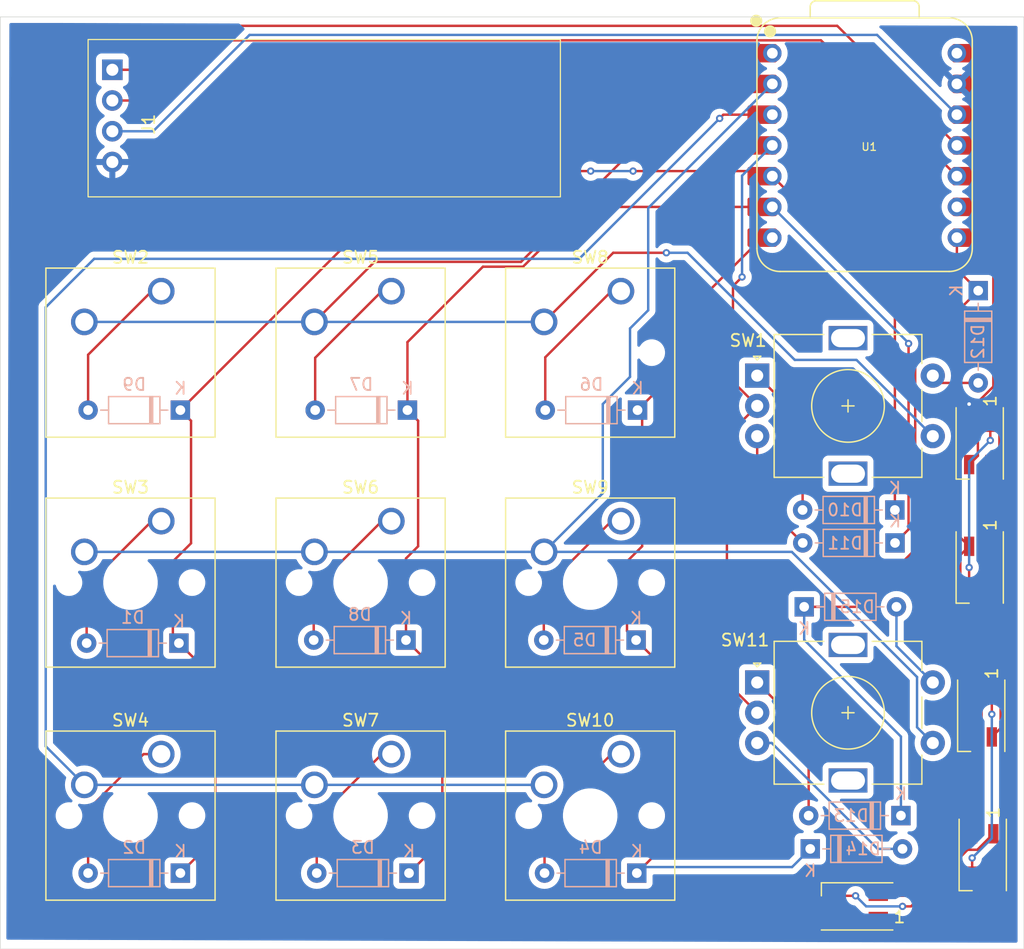
<source format=kicad_pcb>
(kicad_pcb (version 20240108) (generator "pcbnew") (generator_version "8.0")
  (layers (0 "F.Cu" signal) (31 "B.Cu" signal) (34 "B.Paste" user) (35 "F.Paste" user) (36 "B.SilkS" user "B.Silkscreen") (37 "F.SilkS" user "F.Silkscreen") (38 "B.Mask" user) (39 "F.Mask" user) (44 "Edge.Cuts" user))
  (net 0 "")
  (net 1 "Net-(D1-A)")
  (net 2 "R1")
  (net 3 "Net-(D2-A)")
  (net 4 "Net-(D3-A)")
  (net 5 "R2")
  (net 6 "Net-(D4-A)")
  (net 7 "R3")
  (net 8 "Net-(D5-A)")
  (net 9 "Net-(D6-A)")
  (net 10 "Net-(D7-A)")
  (net 11 "Net-(D8-A)")
  (net 12 "Net-(D9-A)")
  (net 13 "Net-(D10-A)")
  (net 14 "Net-(D11-A)")
  (net 15 "Net-(D12-A)")
  (net 16 "R4")
  (net 17 "Net-(D13-A)")
  (net 18 "Net-(D14-A)")
  (net 19 "Net-(D15-A)")
  (net 20 "5V")
  (net 21 "Net-(D16-DOUT)")
  (net 22 "GND")
  (net 23 "SCK")
  (net 24 "Net-(D17-DOUT)")
  (net 25 "Net-(D18-DOUT)")
  (net 26 "Net-(D19-DOUT)")
  (net 27 "Net-(D20-DOUT)")
  (net 28 "SCL")
  (net 29 "SDA")
  (net 30 "3V3")
  (net 31 "C4")
  (net 32 "C1")
  (net 33 "C2")
  (net 34 "C3")
  (footprint "Rotary_Encoder:RotaryEncoder_Alps_EC11E-Switch_Vertical_H20mm" (layer "F.Cu") (at 181.25 79.5)
    (property "Reference" "SW11" (at -1 -3.5 0) (layer "F.SilkS"))
    (property "Value" "RotaryEncoder_Switch")
    (pad "A" thru_hole rect (at 0 0) (size 2 2) (drill 1) (layers "*.Cu" "*.Mask") (net 17 "Net-(D13-A)"))
    (pad "B" thru_hole circle (at 0 5) (size 2 2) (drill 1) (layers "*.Cu" "*.Mask") (net 18 "Net-(D14-A)"))
    (pad "C" thru_hole circle (at 0 2.5) (size 2 2) (drill 1) (layers "*.Cu" "*.Mask") (net 31 "C4"))
    (pad "MP" thru_hole rect (at 7.5 -3.1) (size 3.2 2) (drill oval 2.8 1.5) (layers "*.Cu" "*.Mask"))
    (pad "MP" thru_hole rect (at 7.5 8.1) (size 3.2 2) (drill oval 2.8 1.5) (layers "*.Cu" "*.Mask"))
    (pad "S1" thru_hole circle (at 14.5 5) (size 2 2) (drill 1) (layers "*.Cu" "*.Mask") (net 33 "C2"))
    (pad "S2" thru_hole circle (at 14.5 0) (size 2 2) (drill 1) (layers "*.Cu" "*.Mask") (net 19 "Net-(D15-A)"))
  )
  (footprint "Button_Switch_Keyboard:SW_Cherry_MX_1.00u_PCB" (layer "F.Cu") (at 132.04 85.42)
    (property "Reference" "SW4" (at -2.54 -2.794 0) (layer "F.SilkS"))
    (property "Value" "SW_Push")
    (pad "" np_thru_hole circle (at -7.62 5.08) (size 1.7 1.7) (drill 1.7) (layers "*.Cu" "*.Mask"))
    (pad "" np_thru_hole circle (at -2.54 5.08) (size 4 4) (drill 4) (layers "*.Cu" "*.Mask"))
    (pad "" np_thru_hole circle (at 2.54 5.08) (size 1.7 1.7) (drill 1.7) (layers "*.Cu" "*.Mask"))
    (pad "1" thru_hole circle (at 0 0) (size 2.2 2.2) (drill 1.5) (layers "*.Cu" "*.Mask") (net 3 "Net-(D2-A)"))
    (pad "2" thru_hole circle (at -6.35 2.54) (size 2.2 2.2) (drill 1.5) (layers "*.Cu" "*.Mask") (net 34 "C3"))
  )
  (footprint "Button_Switch_Keyboard:SW_Cherry_MX_1.00u_PCB" (layer "F.Cu") (at 170 66.17)
    (property "Reference" "SW9" (at -2.54 -2.794 0) (layer "F.SilkS"))
    (property "Value" "SW_Push")
    (pad "" np_thru_hole circle (at -7.62 5.08) (size 1.7 1.7) (drill 1.7) (layers "*.Cu" "*.Mask"))
    (pad "" np_thru_hole circle (at -2.54 5.08) (size 4 4) (drill 4) (layers "*.Cu" "*.Mask"))
    (pad "" np_thru_hole circle (at 2.54 5.08) (size 1.7 1.7) (drill 1.7) (layers "*.Cu" "*.Mask"))
    (pad "1" thru_hole circle (at 0 0) (size 2.2 2.2) (drill 1.5) (layers "*.Cu" "*.Mask") (net 8 "Net-(D5-A)"))
    (pad "2" thru_hole circle (at -6.35 2.54) (size 2.2 2.2) (drill 1.5) (layers "*.Cu" "*.Mask") (net 33 "C2"))
  )
  (footprint "LED_SMD:LED_SK6812MINI_PLCC4_3.5x3.5mm_P1.75mm" (layer "F.Cu") (at 199.625 70 -90)
    (property "Reference" "D17" (hide yes))
    (property "Value" "SK6812MINI")
    (fp_text user "1" (at -3.5 -0.875 90) (layer "F.SilkS"))
    (pad "1" smd rect (at -1.75 -0.875 270) (size 1.6 0.85) (layers "F.Cu" "F.Paste" "F.Mask") (net 24 "Net-(D17-DOUT)"))
    (pad "2" smd rect (at -1.75 0.875 270) (size 1.6 0.85) (layers "F.Cu" "F.Paste" "F.Mask") (net 22 "GND"))
    (pad "3" smd rect (at 1.75 0.875 270) (size 1.6 0.85) (layers "F.Cu" "F.Paste" "F.Mask") (net 21 "Net-(D16-DOUT)"))
    (pad "4" smd rect (at 1.75 -0.875 270) (size 1.6 0.85) (layers "F.Cu" "F.Paste" "F.Mask") (net 20 "5V"))
  )
  (footprint "Connector_PinHeader_2.54mm:PinHeader_1x04_P2.54mm_Vertical" (layer "F.Cu") (at 128 28.88)
    (property "Reference" "J1" (at 3 4.5 90) (layer "F.SilkS"))
    (property "Value" "OLED")
    (pad "1" thru_hole rect (at 0 0) (size 1.7 1.7) (drill 1) (layers "*.Cu" "*.Mask") (net 29 "SDA"))
    (pad "2" thru_hole oval (at 0 2.54) (size 1.7 1.7) (drill 1) (layers "*.Cu" "*.Mask") (net 28 "SCL"))
    (pad "3" thru_hole oval (at 0 5.08) (size 1.7 1.7) (drill 1) (layers "*.Cu" "*.Mask") (net 30 "3V3"))
    (pad "4" thru_hole oval (at 0 7.62) (size 1.7 1.7) (drill 1) (layers "*.Cu" "*.Mask") (net 22 "GND"))
  )
  (footprint "LED_SMD:LED_SK6812MINI_PLCC4_3.5x3.5mm_P1.75mm" (layer "F.Cu") (at 189.5 98 180)
    (property "Reference" "D20" (hide yes))
    (property "Value" "SK6812MINI")
    (fp_text user "1" (at -3.5 -0.875 0) (layer "F.SilkS"))
    (pad "1" smd rect (at -1.75 -0.875 180) (size 1.6 0.85) (layers "F.Cu" "F.Paste" "F.Mask") (net 27 "Net-(D20-DOUT)"))
    (pad "2" smd rect (at -1.75 0.875 180) (size 1.6 0.85) (layers "F.Cu" "F.Paste" "F.Mask") (net 22 "GND"))
    (pad "3" smd rect (at 1.75 0.875 180) (size 1.6 0.85) (layers "F.Cu" "F.Paste" "F.Mask") (net 26 "Net-(D19-DOUT)"))
    (pad "4" smd rect (at 1.75 -0.875 180) (size 1.6 0.85) (layers "F.Cu" "F.Paste" "F.Mask") (net 20 "5V"))
  )
  (footprint "a:XIAO-RP2040-DIP" (layer "F.Cu") (at 190.12 35.13)
    (property "Reference" "U1" (at 0.38 0.12 0) (layer "F.SilkS") (effects (font (size 0.635 0.635) (thickness 0.1016))))
    (property "Value" "XIAO-RP2040-DIP")
    (pad "1" smd roundrect (at -8.455 -7.62 180) (size 2.432 1.524) (layers "F.Cu" "F.Mask") (roundrect_rratio 0.1) (net 32 "C1"))
    (pad "1" thru_hole circle (at -7.62 -7.62 180) (size 1.524 1.524) (drill 0.889) (layers "*.Cu" "*.Mask") (net 32 "C1"))
    (pad "2" smd roundrect (at -8.455 -5.08 180) (size 2.432 1.524) (layers "F.Cu" "F.Mask") (roundrect_rratio 0.1) (net 33 "C2"))
    (pad "2" thru_hole circle (at -7.62 -5.08 180) (size 1.524 1.524) (drill 0.889) (layers "*.Cu" "*.Mask") (net 33 "C2"))
    (pad "3" smd roundrect (at -8.455 -2.54 180) (size 2.432 1.524) (layers "F.Cu" "F.Mask") (roundrect_rratio 0.1) (net 34 "C3"))
    (pad "3" thru_hole circle (at -7.62 -2.54 180) (size 1.524 1.524) (drill 0.889) (layers "*.Cu" "*.Mask") (net 34 "C3"))
    (pad "4" smd roundrect (at -8.455 0 180) (size 2.432 1.524) (layers "F.Cu" "F.Mask") (roundrect_rratio 0.1) (net 31 "C4"))
    (pad "4" thru_hole circle (at -7.62 0 180) (size 1.524 1.524) (drill 0.889) (layers "*.Cu" "*.Mask") (net 31 "C4"))
    (pad "5" smd roundrect (at -8.455 2.54 180) (size 2.432 1.524) (layers "F.Cu" "F.Mask") (roundrect_rratio 0.1) (net 2 "R1"))
    (pad "5" thru_hole circle (at -7.62 2.54 180) (size 1.524 1.524) (drill 0.889) (layers "*.Cu" "*.Mask") (net 2 "R1"))
    (pad "6" smd roundrect (at -8.455 5.08 180) (size 2.432 1.524) (layers "F.Cu" "F.Mask") (roundrect_rratio 0.1) (net 5 "R2"))
    (pad "6" thru_hole circle (at -7.62 5.08 180) (size 1.524 1.524) (drill 0.889) (layers "*.Cu" "*.Mask") (net 5 "R2"))
    (pad "7" smd roundrect (at -8.455 7.62 180) (size 2.432 1.524) (layers "F.Cu" "F.Mask") (roundrect_rratio 0.1) (net 7 "R3"))
    (pad "7" thru_hole circle (at -7.62 7.62 180) (size 1.524 1.524) (drill 0.889) (layers "*.Cu" "*.Mask") (net 7 "R3"))
    (pad "8" thru_hole circle (at 7.62 7.62) (size 1.524 1.524) (drill 0.889) (layers "*.Cu" "*.Mask") (net 16 "R4"))
    (pad "8" smd roundrect (at 8.455 7.62) (size 2.432 1.524) (layers "F.Cu" "F.Mask") (roundrect_rratio 0.1) (net 16 "R4"))
    (pad "9" thru_hole circle (at 7.62 5.08) (size 1.524 1.524) (drill 0.889) (layers "*.Cu" "*.Mask") (net 23 "SCK"))
    (pad "9" smd roundrect (at 8.455 5.08) (size 2.432 1.524) (layers "F.Cu" "F.Mask") (roundrect_rratio 0.1) (net 23 "SCK"))
    (pad "10" thru_hole circle (at 7.62 2.54) (size 1.524 1.524) (drill 0.889) (layers "*.Cu" "*.Mask") (net 28 "SCL"))
    (pad "10" smd roundrect (at 8.455 2.54) (size 2.432 1.524) (layers "F.Cu" "F.Mask") (roundrect_rratio 0.1) (net 28 "SCL"))
    (pad "11" thru_hole circle (at 7.62 0) (size 1.524 1.524) (drill 0.889) (layers "*.Cu" "*.Mask") (net 29 "SDA"))
    (pad "11" smd roundrect (at 8.455 0) (size 2.432 1.524) (layers "F.Cu" "F.Mask") (roundrect_rratio 0.1) (net 29 "SDA"))
    (pad "12" thru_hole circle (at 7.62 -2.54) (size 1.524 1.524) (drill 0.889) (layers "*.Cu" "*.Mask") (net 30 "3V3"))
    (pad "12" smd roundrect (at 8.455 -2.54) (size 2.432 1.524) (layers "F.Cu" "F.Mask") (roundrect_rratio 0.1) (net 30 "3V3"))
    (pad "13" thru_hole circle (at 7.62 -5.08) (size 1.524 1.524) (drill 0.889) (layers "*.Cu" "*.Mask") (net 22 "GND"))
    (pad "13" smd roundrect (at 8.455 -5.08) (size 2.432 1.524) (layers "F.Cu" "F.Mask") (roundrect_rratio 0.1) (net 22 "GND"))
    (pad "14" thru_hole circle (at 7.62 -7.62) (size 1.524 1.524) (drill 0.889) (layers "*.Cu" "*.Mask") (net 20 "5V"))
    (pad "14" smd roundrect (at 8.455 -7.62) (size 2.432 1.524) (layers "F.Cu" "F.Mask") (roundrect_rratio 0.1) (net 20 "5V"))
  )
  (footprint "Button_Switch_Keyboard:SW_Cherry_MX_1.00u_PCB" (layer "F.Cu") (at 132.04 47.17)
    (property "Reference" "SW2" (at -2.54 -2.794 0) (layer "F.SilkS"))
    (property "Value" "SW_Push")
    (pad "" np_thru_hole circle (at -7.62 5.08) (size 1.7 1.7) (drill 1.7) (layers "*.Cu" "*.Mask"))
    (pad "" np_thru_hole circle (at -2.54 5.08) (size 4 4) (drill 4) (layers "*.Cu" "*.Mask"))
    (pad "" np_thru_hole circle (at 2.54 5.08) (size 1.7 1.7) (drill 1.7) (layers "*.Cu" "*.Mask"))
    (pad "1" thru_hole circle (at 0 0) (size 2.2 2.2) (drill 1.5) (layers "*.Cu" "*.Mask") (net 12 "Net-(D9-A)"))
    (pad "2" thru_hole circle (at -6.35 2.54) (size 2.2 2.2) (drill 1.5) (layers "*.Cu" "*.Mask") (net 32 "C1"))
  )
  (footprint "LED_SMD:LED_SK6812MINI_PLCC4_3.5x3.5mm_P1.75mm" (layer "F.Cu") (at 199.875 93.75 -90)
    (property "Reference" "D19" (hide yes))
    (property "Value" "SK6812MINI")
    (fp_text user "1" (at -3.5 -0.875 90) (layer "F.SilkS"))
    (pad "1" smd rect (at -1.75 -0.875 270) (size 1.6 0.85) (layers "F.Cu" "F.Paste" "F.Mask") (net 26 "Net-(D19-DOUT)"))
    (pad "2" smd rect (at -1.75 0.875 270) (size 1.6 0.85) (layers "F.Cu" "F.Paste" "F.Mask") (net 22 "GND"))
    (pad "3" smd rect (at 1.75 0.875 270) (size 1.6 0.85) (layers "F.Cu" "F.Paste" "F.Mask") (net 25 "Net-(D18-DOUT)"))
    (pad "4" smd rect (at 1.75 -0.875 270) (size 1.6 0.85) (layers "F.Cu" "F.Paste" "F.Mask") (net 20 "5V"))
  )
  (footprint "Button_Switch_Keyboard:SW_Cherry_MX_1.00u_PCB" (layer "F.Cu") (at 132.04 66.17)
    (property "Reference" "SW3" (at -2.54 -2.794 0) (layer "F.SilkS"))
    (property "Value" "SW_Push")
    (pad "" np_thru_hole circle (at -7.62 5.08) (size 1.7 1.7) (drill 1.7) (layers "*.Cu" "*.Mask"))
    (pad "" np_thru_hole circle (at -2.54 5.08) (size 4 4) (drill 4) (layers "*.Cu" "*.Mask"))
    (pad "" np_thru_hole circle (at 2.54 5.08) (size 1.7 1.7) (drill 1.7) (layers "*.Cu" "*.Mask"))
    (pad "1" thru_hole circle (at 0 0) (size 2.2 2.2) (drill 1.5) (layers "*.Cu" "*.Mask") (net 1 "Net-(D1-A)"))
    (pad "2" thru_hole circle (at -6.35 2.54) (size 2.2 2.2) (drill 1.5) (layers "*.Cu" "*.Mask") (net 33 "C2"))
  )
  (footprint "LED_SMD:LED_SK6812MINI_PLCC4_3.5x3.5mm_P1.75mm" (layer "F.Cu") (at 199.625 59.75 -90)
    (property "Reference" "D16" (hide yes))
    (property "Value" "SK6812MINI" (hide yes))
    (fp_text user "1" (at -3.5 -0.875 90) (layer "F.SilkS"))
    (pad "1" smd rect (at -1.75 -0.875 270) (size 1.6 0.85) (layers "F.Cu" "F.Paste" "F.Mask") (net 21 "Net-(D16-DOUT)"))
    (pad "2" smd rect (at -1.75 0.875 270) (size 1.6 0.85) (layers "F.Cu" "F.Paste" "F.Mask") (net 22 "GND"))
    (pad "3" smd rect (at 1.75 0.875 270) (size 1.6 0.85) (layers "F.Cu" "F.Paste" "F.Mask") (net 23 "SCK"))
    (pad "4" smd rect (at 1.75 -0.875 270) (size 1.6 0.85) (layers "F.Cu" "F.Paste" "F.Mask") (net 20 "5V"))
  )
  (footprint "Button_Switch_Keyboard:SW_Cherry_MX_1.00u_PCB" (layer "F.Cu") (at 170 85.42)
    (property "Reference" "SW10" (at -2.54 -2.794 0) (layer "F.SilkS"))
    (property "Value" "SW_Push")
    (pad "" np_thru_hole circle (at -7.62 5.08) (size 1.7 1.7) (drill 1.7) (layers "*.Cu" "*.Mask"))
    (pad "" np_thru_hole circle (at -2.54 5.08) (size 4 4) (drill 4) (layers "*.Cu" "*.Mask"))
    (pad "" np_thru_hole circle (at 2.54 5.08) (size 1.7 1.7) (drill 1.7) (layers "*.Cu" "*.Mask"))
    (pad "1" thru_hole circle (at 0 0) (size 2.2 2.2) (drill 1.5) (layers "*.Cu" "*.Mask") (net 6 "Net-(D4-A)"))
    (pad "2" thru_hole circle (at -6.35 2.54) (size 2.2 2.2) (drill 1.5) (layers "*.Cu" "*.Mask") (net 34 "C3"))
  )
  (footprint "Rotary_Encoder:RotaryEncoder_Alps_EC11E-Switch_Vertical_H20mm" (layer "F.Cu") (at 181.25 54.15)
    (property "Reference" "SW1" (at -0.75 -2.9 0) (layer "F.SilkS"))
    (property "Value" "RotaryEncoder_Switch")
    (pad "A" thru_hole rect (at 0 0) (size 2 2) (drill 1) (layers "*.Cu" "*.Mask") (net 13 "Net-(D10-A)"))
    (pad "B" thru_hole circle (at 0 5) (size 2 2) (drill 1) (layers "*.Cu" "*.Mask") (net 14 "Net-(D11-A)"))
    (pad "C" thru_hole circle (at 0 2.5) (size 2 2) (drill 1) (layers "*.Cu" "*.Mask") (net 31 "C4"))
    (pad "MP" thru_hole rect (at 7.5 -3.1) (size 3.2 2) (drill oval 2.8 1.5) (layers "*.Cu" "*.Mask"))
    (pad "MP" thru_hole rect (at 7.5 8.1) (size 3.2 2) (drill oval 2.8 1.5) (layers "*.Cu" "*.Mask"))
    (pad "S1" thru_hole circle (at 14.5 5) (size 2 2) (drill 1) (layers "*.Cu" "*.Mask") (net 32 "C1"))
    (pad "S2" thru_hole circle (at 14.5 0) (size 2 2) (drill 1) (layers "*.Cu" "*.Mask") (net 15 "Net-(D12-A)"))
  )
  (footprint "Button_Switch_Keyboard:SW_Cherry_MX_1.00u_PCB" (layer "F.Cu") (at 170 47.17)
    (property "Reference" "SW8" (at -2.54 -2.794 0) (layer "F.SilkS"))
    (property "Value" "SW_Push")
    (pad "" np_thru_hole circle (at -7.62 5.08) (size 1.7 1.7) (drill 1.7) (layers "*.Cu" "*.Mask"))
    (pad "" np_thru_hole circle (at -2.54 5.08) (size 4 4) (drill 4) (layers "*.Cu" "*.Mask"))
    (pad "" np_thru_hole circle (at 2.54 5.08) (size 1.7 1.7) (drill 1.7) (layers "*.Cu" "*.Mask"))
    (pad "1" thru_hole circle (at 0 0) (size 2.2 2.2) (drill 1.5) (layers "*.Cu" "*.Mask") (net 9 "Net-(D6-A)"))
    (pad "2" thru_hole circle (at -6.35 2.54) (size 2.2 2.2) (drill 1.5) (layers "*.Cu" "*.Mask") (net 32 "C1"))
  )
  (footprint "Button_Switch_Keyboard:SW_Cherry_MX_1.00u_PCB" (layer "F.Cu") (at 151.04 85.42)
    (property "Reference" "SW7" (at -2.54 -2.794 0) (layer "F.SilkS"))
    (property "Value" "SW_Push")
    (pad "" np_thru_hole circle (at -7.62 5.08) (size 1.7 1.7) (drill 1.7) (layers "*.Cu" "*.Mask"))
    (pad "" np_thru_hole circle (at -2.54 5.08) (size 4 4) (drill 4) (layers "*.Cu" "*.Mask"))
    (pad "" np_thru_hole circle (at 2.54 5.08) (size 1.7 1.7) (drill 1.7) (layers "*.Cu" "*.Mask"))
    (pad "1" thru_hole circle (at 0 0) (size 2.2 2.2) (drill 1.5) (layers "*.Cu" "*.Mask") (net 4 "Net-(D3-A)"))
    (pad "2" thru_hole circle (at -6.35 2.54) (size 2.2 2.2) (drill 1.5) (layers "*.Cu" "*.Mask") (net 34 "C3"))
  )
  (footprint "LED_SMD:LED_SK6812MINI_PLCC4_3.5x3.5mm_P1.75mm" (layer "F.Cu") (at 199.75 82.25 -90)
    (property "Reference" "D18" (hide yes))
    (property "Value" "SK6812MINI")
    (fp_text user "1" (at -3.5 -0.875 90) (layer "F.SilkS"))
    (pad "1" smd rect (at -1.75 -0.875 270) (size 1.6 0.85) (layers "F.Cu" "F.Paste" "F.Mask") (net 25 "Net-(D18-DOUT)"))
    (pad "2" smd rect (at -1.75 0.875 270) (size 1.6 0.85) (layers "F.Cu" "F.Paste" "F.Mask") (net 22 "GND"))
    (pad "3" smd rect (at 1.75 0.875 270) (size 1.6 0.85) (layers "F.Cu" "F.Paste" "F.Mask") (net 24 "Net-(D17-DOUT)"))
    (pad "4" smd rect (at 1.75 -0.875 270) (size 1.6 0.85) (layers "F.Cu" "F.Paste" "F.Mask") (net 20 "5V"))
  )
  (footprint "Button_Switch_Keyboard:SW_Cherry_MX_1.00u_PCB" (layer "F.Cu") (at 151.04 66.17)
    (property "Reference" "SW6" (at -2.54 -2.794 0) (layer "F.SilkS"))
    (property "Value" "SW_Push")
    (pad "" np_thru_hole circle (at -7.62 5.08) (size 1.7 1.7) (drill 1.7) (layers "*.Cu" "*.Mask"))
    (pad "" np_thru_hole circle (at -2.54 5.08) (size 4 4) (drill 4) (layers "*.Cu" "*.Mask"))
    (pad "" np_thru_hole circle (at 2.54 5.08) (size 1.7 1.7) (drill 1.7) (layers "*.Cu" "*.Mask"))
    (pad "1" thru_hole circle (at 0 0) (size 2.2 2.2) (drill 1.5) (layers "*.Cu" "*.Mask") (net 11 "Net-(D8-A)"))
    (pad "2" thru_hole circle (at -6.35 2.54) (size 2.2 2.2) (drill 1.5) (layers "*.Cu" "*.Mask") (net 33 "C2"))
  )
  (footprint "Button_Switch_Keyboard:SW_Cherry_MX_1.00u_PCB" (layer "F.Cu") (at 151.04 47.17)
    (property "Reference" "SW5" (at -2.54 -2.794 0) (layer "F.SilkS"))
    (property "Value" "SW_Push")
    (pad "" np_thru_hole circle (at -7.62 5.08) (size 1.7 1.7) (drill 1.7) (layers "*.Cu" "*.Mask"))
    (pad "" np_thru_hole circle (at -2.54 5.08) (size 4 4) (drill 4) (layers "*.Cu" "*.Mask"))
    (pad "" np_thru_hole circle (at 2.54 5.08) (size 1.7 1.7) (drill 1.7) (layers "*.Cu" "*.Mask"))
    (pad "1" thru_hole circle (at 0 0) (size 2.2 2.2) (drill 1.5) (layers "*.Cu" "*.Mask") (net 10 "Net-(D7-A)"))
    (pad "2" thru_hole circle (at -6.35 2.54) (size 2.2 2.2) (drill 1.5) (layers "*.Cu" "*.Mask") (net 32 "C1"))
  )
  (footprint "Diode_THT:D_DO-35_SOD27_P7.62mm_Horizontal" (layer "B.Cu") (at 133.5 76.25 180)
    (property "Reference" "D1" (at 3.81 2.12 0) (layer "B.SilkS") (effects (justify mirror)))
    (property "Value" "1N4148")
    (fp_text user "K" (at 0 1.8 0) (layer "B.SilkS") (effects (justify mirror)))
    (pad "1" thru_hole rect (at 0 0 180) (size 1.6 1.6) (drill 0.8) (layers "*.Cu" "*.Mask") (net 2 "R1"))
    (pad "2" thru_hole oval (at 7.62 0 180) (size 1.6 1.6) (drill 0.8) (layers "*.Cu" "*.Mask") (net 1 "Net-(D1-A)"))
  )
  (footprint "Diode_THT:D_DO-35_SOD27_P7.62mm_Horizontal" (layer "B.Cu") (at 185.13 73.25)
    (property "Reference" "D15" (at 4.37 0 0) (layer "B.SilkS") (effects (justify mirror)))
    (property "Value" "1N4148")
    (fp_text user "K" (at 0 1.8 0) (layer "B.SilkS") (effects (justify mirror)))
    (pad "1" thru_hole rect (at 0 0) (size 1.6 1.6) (drill 0.8) (layers "*.Cu" "*.Mask") (net 16 "R4"))
    (pad "2" thru_hole oval (at 7.62 0) (size 1.6 1.6) (drill 0.8) (layers "*.Cu" "*.Mask") (net 19 "Net-(D15-A)"))
  )
  (footprint "Diode_THT:D_DO-35_SOD27_P7.62mm_Horizontal" (layer "B.Cu") (at 171.37 57 180)
    (property "Reference" "D6" (at 3.81 2.12 0) (layer "B.SilkS") (effects (justify mirror)))
    (property "Value" "1N4148")
    (fp_text user "K" (at 0 1.8 0) (layer "B.SilkS") (effects (justify mirror)))
    (pad "1" thru_hole rect (at 0 0 180) (size 1.6 1.6) (drill 0.8) (layers "*.Cu" "*.Mask") (net 7 "R3"))
    (pad "2" thru_hole oval (at 7.62 0 180) (size 1.6 1.6) (drill 0.8) (layers "*.Cu" "*.Mask") (net 9 "Net-(D6-A)"))
  )
  (footprint "Diode_THT:D_DO-35_SOD27_P7.62mm_Horizontal" (layer "B.Cu") (at 133.62 95.25 180)
    (property "Reference" "D2" (at 3.81 2.12 0) (layer "B.SilkS") (effects (justify mirror)))
    (property "Value" "1N4148")
    (fp_text user "K" (at 0 1.8 0) (layer "B.SilkS") (effects (justify mirror)))
    (pad "1" thru_hole rect (at 0 0 180) (size 1.6 1.6) (drill 0.8) (layers "*.Cu" "*.Mask") (net 2 "R1"))
    (pad "2" thru_hole oval (at 7.62 0 180) (size 1.6 1.6) (drill 0.8) (layers "*.Cu" "*.Mask") (net 3 "Net-(D2-A)"))
  )
  (footprint "Diode_THT:D_DO-35_SOD27_P7.62mm_Horizontal" (layer "B.Cu") (at 171.25 76 180)
    (property "Reference" "D5" (at 4.25 0 0) (layer "B.SilkS") (effects (justify mirror)))
    (property "Value" "1N4148")
    (fp_text user "K" (at 0 1.8 0) (layer "B.SilkS") (effects (justify mirror)))
    (pad "1" thru_hole rect (at 0 0 180) (size 1.6 1.6) (drill 0.8) (layers "*.Cu" "*.Mask") (net 7 "R3"))
    (pad "2" thru_hole oval (at 7.62 0 180) (size 1.6 1.6) (drill 0.8) (layers "*.Cu" "*.Mask") (net 8 "Net-(D5-A)"))
  )
  (footprint "Diode_THT:D_DO-35_SOD27_P7.62mm_Horizontal" (layer "B.Cu") (at 185.63 93.25)
    (property "Reference" "D14" (at 4.37 0 0) (layer "B.SilkS") (effects (justify mirror)))
    (property "Value" "1N4148")
    (fp_text user "K" (at 0 1.8 0) (layer "B.SilkS") (effects (justify mirror)))
    (pad "1" thru_hole rect (at 0 0) (size 1.6 1.6) (drill 0.8) (layers "*.Cu" "*.Mask") (net 7 "R3"))
    (pad "2" thru_hole oval (at 7.62 0) (size 1.6 1.6) (drill 0.8) (layers "*.Cu" "*.Mask") (net 18 "Net-(D14-A)"))
  )
  (footprint "Diode_THT:D_DO-35_SOD27_P7.62mm_Horizontal" (layer "B.Cu") (at 192.62 65.25 180)
    (property "Reference" "D10" (at 4.12 0 0) (layer "B.SilkS") (effects (justify mirror)))
    (property "Value" "1N4148")
    (fp_text user "K" (at 0 1.8 0) (layer "B.SilkS") (effects (justify mirror)))
    (pad "1" thru_hole rect (at 0 0 180) (size 1.6 1.6) (drill 0.8) (layers "*.Cu" "*.Mask") (net 2 "R1"))
    (pad "2" thru_hole oval (at 7.62 0 180) (size 1.6 1.6) (drill 0.8) (layers "*.Cu" "*.Mask") (net 13 "Net-(D10-A)"))
  )
  (footprint "Diode_THT:D_DO-35_SOD27_P7.62mm_Horizontal" (layer "B.Cu") (at 199.5 47.13 -90)
    (property "Reference" "D12" (at 4.217995 0.023704 90) (layer "B.SilkS") (effects (justify mirror)))
    (property "Value" "1N4148")
    (fp_text user "K" (at 0 1.8 90) (layer "B.SilkS") (effects (justify mirror)))
    (pad "1" thru_hole rect (at 0 0 270) (size 1.6 1.6) (drill 0.8) (layers "*.Cu" "*.Mask") (net 16 "R4"))
    (pad "2" thru_hole oval (at 7.62 0 270) (size 1.6 1.6) (drill 0.8) (layers "*.Cu" "*.Mask") (net 15 "Net-(D12-A)"))
  )
  (footprint "Diode_THT:D_DO-35_SOD27_P7.62mm_Horizontal" (layer "B.Cu") (at 171.31 95.25 180)
    (property "Reference" "D4" (at 3.81 2.12 0) (layer "B.SilkS") (effects (justify mirror)))
    (property "Value" "1N4148")
    (fp_text user "K" (at 0 1.8 0) (layer "B.SilkS") (effects (justify mirror)))
    (pad "1" thru_hole rect (at 0 0 180) (size 1.6 1.6) (drill 0.8) (layers "*.Cu" "*.Mask") (net 7 "R3"))
    (pad "2" thru_hole oval (at 7.62 0 180) (size 1.6 1.6) (drill 0.8) (layers "*.Cu" "*.Mask") (net 6 "Net-(D4-A)"))
  )
  (footprint "Diode_THT:D_DO-35_SOD27_P7.62mm_Horizontal" (layer "B.Cu") (at 152.37 57 180)
    (property "Reference" "D7" (at 3.81 2.12 0) (layer "B.SilkS") (effects (justify mirror)))
    (property "Value" "1N4148")
    (fp_text user "K" (at 0 1.8 0) (layer "B.SilkS") (effects (justify mirror)))
    (pad "1" thru_hole rect (at 0 0 180) (size 1.6 1.6) (drill 0.8) (layers "*.Cu" "*.Mask") (net 5 "R2"))
    (pad "2" thru_hole oval (at 7.62 0 180) (size 1.6 1.6) (drill 0.8) (layers "*.Cu" "*.Mask") (net 10 "Net-(D7-A)"))
  )
  (footprint "Diode_THT:D_DO-35_SOD27_P7.62mm_Horizontal" (layer "B.Cu") (at 133.62 57 180)
    (property "Reference" "D9" (at 3.81 2.12 0) (layer "B.SilkS") (effects (justify mirror)))
    (property "Value" "1N4148")
    (fp_text user "K" (at 0 1.8 0) (layer "B.SilkS") (effects (justify mirror)))
    (pad "1" thru_hole rect (at 0 0 180) (size 1.6 1.6) (drill 0.8) (layers "*.Cu" "*.Mask") (net 2 "R1"))
    (pad "2" thru_hole oval (at 7.62 0 180) (size 1.6 1.6) (drill 0.8) (layers "*.Cu" "*.Mask") (net 12 "Net-(D9-A)"))
  )
  (footprint "Diode_THT:D_DO-35_SOD27_P7.62mm_Horizontal" (layer "B.Cu") (at 193.12 90.5 180)
    (property "Reference" "D13" (at 4.12 0 0) (layer "B.SilkS") (effects (justify mirror)))
    (property "Value" "1N4148")
    (fp_text user "K" (at 0 1.8 0) (layer "B.SilkS") (effects (justify mirror)))
    (pad "1" thru_hole rect (at 0 0 180) (size 1.6 1.6) (drill 0.8) (layers "*.Cu" "*.Mask") (net 16 "R4"))
    (pad "2" thru_hole oval (at 7.62 0 180) (size 1.6 1.6) (drill 0.8) (layers "*.Cu" "*.Mask") (net 17 "Net-(D13-A)"))
  )
  (footprint "Diode_THT:D_DO-35_SOD27_P7.62mm_Horizontal" (layer "B.Cu") (at 152.25 76 180)
    (property "Reference" "D8" (at 3.81 2.12 0) (layer "B.SilkS") (effects (justify mirror)))
    (property "Value" "1N4148")
    (fp_text user "K" (at 0 1.8 0) (layer "B.SilkS") (effects (justify mirror)))
    (pad "1" thru_hole rect (at 0 0 180) (size 1.6 1.6) (drill 0.8) (layers "*.Cu" "*.Mask") (net 5 "R2"))
    (pad "2" thru_hole oval (at 7.62 0 180) (size 1.6 1.6) (drill 0.8) (layers "*.Cu" "*.Mask") (net 11 "Net-(D8-A)"))
  )
  (footprint "Diode_THT:D_DO-35_SOD27_P7.62mm_Horizontal" (layer "B.Cu") (at 152.5 95.25 180)
    (property "Reference" "D3" (at 3.81 2.12 0) (layer "B.SilkS") (effects (justify mirror)))
    (property "Value" "1N4148")
    (fp_text user "K" (at 0 1.8 0) (layer "B.SilkS") (effects (justify mirror)))
    (pad "1" thru_hole rect (at 0 0 180) (size 1.6 1.6) (drill 0.8) (layers "*.Cu" "*.Mask") (net 5 "R2"))
    (pad "2" thru_hole oval (at 7.62 0 180) (size 1.6 1.6) (drill 0.8) (layers "*.Cu" "*.Mask") (net 4 "Net-(D3-A)"))
  )
  (footprint "Diode_THT:D_DO-35_SOD27_P7.62mm_Horizontal" (layer "B.Cu") (at 192.631546 67.971381 180)
    (property "Reference" "D11" (at 4.131546 -0.028619 0) (layer "B.SilkS") (effects (justify mirror)))
    (property "Value" "1N4148")
    (fp_text user "K" (at 0 1.8 0) (layer "B.SilkS") (effects (justify mirror)))
    (pad "1" thru_hole rect (at 0 0 180) (size 1.6 1.6) (drill 0.8) (layers "*.Cu" "*.Mask") (net 5 "R2"))
    (pad "2" thru_hole oval (at 7.62 0 180) (size 1.6 1.6) (drill 0.8) (layers "*.Cu" "*.Mask") (net 14 "Net-(D11-A)"))
  )
  (gr_rect (start 118.75 24.512158) (end 203.268291 101.5) (stroke (width 0.05)) (fill none) (layer "Edge.Cuts"))
  (segment (start 131.256598 66.17) (end 132.04 66.17) (width 0.2) (layer "F.Cu") (net 1))
  (segment (start 125.88 76.25) (end 125.88 71.546598) (width 0.2) (layer "F.Cu") (net 1))
  (segment (start 125.88 71.546598) (end 131.256598 66.17) (width 0.2) (layer "F.Cu") (net 1))
  (segment (start 136.5 92.37) (end 136.5 79.25) (width 0.2) (layer "F.Cu") (net 2))
  (segment (start 153.37 37.25) (end 167.5 37.25) (width 0.2) (layer "F.Cu") (net 2))
  (segment (start 171 37.25) (end 181.245 37.25) (width 0.2) (layer "F.Cu") (net 2))
  (segment (start 192.62 65.25) (end 192.62 47.79) (width 0.2) (layer "F.Cu") (net 2))
  (segment (start 134.5 68) (end 133 69.5) (width 0.2) (layer "F.Cu") (net 2))
  (segment (start 192.62 47.79) (end 182.5 37.67) (width 0.2) (layer "F.Cu") (net 2))
  (segment (start 133.62 57) (end 153.37 37.25) (width 0.2) (layer "F.Cu") (net 2))
  (segment (start 133.62 57) (end 134.5 57.88) (width 0.2) (layer "F.Cu") (net 2))
  (segment (start 133.62 95.25) (end 136.5 92.37) (width 0.2) (layer "F.Cu") (net 2))
  (segment (start 133 75.75) (end 133.5 76.25) (width 0.2) (layer "F.Cu") (net 2))
  (segment (start 134.5 57.88) (end 134.5 68) (width 0.2) (layer "F.Cu") (net 2))
  (segment (start 181.245 37.25) (end 181.665 37.67) (width 0.2) (layer "F.Cu") (net 2))
  (segment (start 136.5 79.25) (end 133.5 76.25) (width 0.2) (layer "F.Cu") (net 2))
  (segment (start 133 69.5) (end 133 75.75) (width 0.2) (layer "F.Cu") (net 2))
  (via (at 171 37.25) (size 0.6) (drill 0.3) (layers "F.Cu" "B.Cu") (net 2))
  (via (at 167.5 37.25) (size 0.6) (drill 0.3) (layers "F.Cu" "B.Cu") (net 2))
  (segment (start 167.5 37.25) (end 171 37.25) (width 0.2) (layer "B.Cu") (net 2))
  (segment (start 126 90) (end 126 95.25) (width 0.2) (layer "F.Cu") (net 3))
  (segment (start 130.58 85.42) (end 126 90) (width 0.2) (layer "F.Cu") (net 3))
  (segment (start 132.04 85.42) (end 130.58 85.42) (width 0.2) (layer "F.Cu") (net 3))
  (segment (start 150.256598 85.42) (end 144.88 90.796598) (width 0.2) (layer "F.Cu") (net 4))
  (segment (start 144.88 90.796598) (end 144.88 95.25) (width 0.2) (layer "F.Cu") (net 4))
  (segment (start 151.04 85.42) (end 150.256598 85.42) (width 0.2) (layer "F.Cu") (net 4))
  (segment (start 155.25 79) (end 152.25 76) (width 0.2) (layer "F.Cu") (net 5))
  (segment (start 193.75 66.852927) (end 193.75 51.5) (width 0.2) (layer "F.Cu") (net 5))
  (segment (start 153.25 68.25) (end 153.25 57.88) (width 0.2) (layer "F.Cu") (net 5))
  (segment (start 158.6 45.15) (end 161.915686 45.15) (width 0.2) (layer "F.Cu") (net 5))
  (segment (start 152.5 95.25) (end 155.25 92.5) (width 0.2) (layer "F.Cu") (net 5))
  (segment (start 155.25 92.5) (end 155.25 79) (width 0.2) (layer "F.Cu") (net 5))
  (segment (start 192.631546 67.971381) (end 193.75 66.852927) (width 0.2) (layer "F.Cu") (net 5))
  (segment (start 152.37 57) (end 152.37 51.38) (width 0.2) (layer "F.Cu") (net 5))
  (segment (start 153.25 57.88) (end 152.37 57) (width 0.2) (layer "F.Cu") (net 5))
  (segment (start 152.25 69.25) (end 153.25 68.25) (width 0.2) (layer "F.Cu") (net 5))
  (segment (start 152.37 51.38) (end 158.6 45.15) (width 0.2) (layer "F.Cu") (net 5))
  (segment (start 161.915686 45.15) (end 166.855686 40.21) (width 0.2) (layer "F.Cu") (net 5))
  (segment (start 166.855686 40.21) (end 181.665 40.21) (width 0.2) (layer "F.Cu") (net 5))
  (segment (start 152.25 76) (end 152.25 69.25) (width 0.2) (layer "F.Cu") (net 5))
  (via (at 193.75 51.5) (size 0.6) (drill 0.3) (layers "F.Cu" "B.Cu") (net 5))
  (segment (start 193.75 51.5) (end 193.75 51.46) (width 0.2) (layer "B.Cu") (net 5))
  (segment (start 193.75 51.46) (end 182.5 40.21) (width 0.2) (layer "B.Cu") (net 5))
  (segment (start 163.69 90.946598) (end 163.69 95.25) (width 0.2) (layer "F.Cu") (net 6))
  (segment (start 170 85.42) (end 169.216598 85.42) (width 0.2) (layer "F.Cu") (net 6))
  (segment (start 169.216598 85.42) (end 163.69 90.946598) (width 0.2) (layer "F.Cu") (net 6))
  (segment (start 171.37 57) (end 176 52.37) (width 0.2) (layer "F.Cu") (net 7))
  (segment (start 176 52.37) (end 176 48.415) (width 0.2) (layer "F.Cu") (net 7))
  (segment (start 176 48.415) (end 181.665 42.75) (width 0.2) (layer "F.Cu") (net 7))
  (segment (start 171.25 76) (end 173.74 78.49) (width 0.2) (layer "F.Cu") (net 7))
  (segment (start 170.5 69.5) (end 171.75 68.25) (width 0.2) (layer "F.Cu") (net 7))
  (segment (start 170.5 75.25) (end 170.5 69.5) (width 0.2) (layer "F.Cu") (net 7))
  (segment (start 173.74 78.49) (end 173.74 92.82) (width 0.2) (layer "F.Cu") (net 7))
  (segment (start 171.75 68.25) (end 171.75 57.38) (width 0.2) (layer "F.Cu") (net 7))
  (segment (start 171.75 57.38) (end 171.37 57) (width 0.2) (layer "F.Cu") (net 7))
  (segment (start 171.25 76) (end 170.5 75.25) (width 0.2) (layer "F.Cu") (net 7))
  (segment (start 173.74 92.82) (end 171.31 95.25) (width 0.2) (layer "F.Cu") (net 7))
  (segment (start 185.63 93.25) (end 184.13 94.75) (width 0.2) (layer "B.Cu") (net 7))
  (segment (start 184.13 94.75) (end 171.81 94.75) (width 0.2) (layer "B.Cu") (net 7))
  (segment (start 171.81 94.75) (end 171.31 95.25) (width 0.2) (layer "B.Cu") (net 7))
  (segment (start 163.63 71.756598) (end 163.63 76) (width 0.2) (layer "F.Cu") (net 8))
  (segment (start 169.216598 66.17) (end 163.63 71.756598) (width 0.2) (layer "F.Cu") (net 8))
  (segment (start 170 66.17) (end 169.216598 66.17) (width 0.2) (layer "F.Cu") (net 8))
  (segment (start 163.75 52.636598) (end 163.75 57) (width 0.2) (layer "F.Cu") (net 9))
  (segment (start 170 47.17) (end 169.216598 47.17) (width 0.2) (layer "F.Cu") (net 9))
  (segment (start 169.216598 47.17) (end 163.75 52.636598) (width 0.2) (layer "F.Cu") (net 9))
  (segment (start 150.256598 47.17) (end 144.75 52.676598) (width 0.2) (layer "F.Cu") (net 10))
  (segment (start 144.75 52.676598) (end 144.75 57) (width 0.2) (layer "F.Cu") (net 10))
  (segment (start 151.04 47.17) (end 150.256598 47.17) (width 0.2) (layer "F.Cu") (net 10))
  (segment (start 144.63 76) (end 144.63 71.796598) (width 0.2) (layer "F.Cu") (net 11))
  (segment (start 150.256598 66.17) (end 151.04 66.17) (width 0.2) (layer "F.Cu") (net 11))
  (segment (start 144.63 71.796598) (end 150.256598 66.17) (width 0.2) (layer "F.Cu") (net 11))
  (segment (start 132.04 47.17) (end 131.256598 47.17) (width 0.2) (layer "F.Cu") (net 12))
  (segment (start 126 52.426598) (end 126 57) (width 0.2) (layer "F.Cu") (net 12))
  (segment (start 131.256598 47.17) (end 126 52.426598) (width 0.2) (layer "F.Cu") (net 12))
  (segment (start 185 57.9) (end 185 65.25) (width 0.2) (layer "F.Cu") (net 13))
  (segment (start 181.25 54.15) (end 185 57.9) (width 0.2) (layer "F.Cu") (net 13))
  (segment (start 181.25 64.209835) (end 185.011546 67.971381) (width 0.2) (layer "F.Cu") (net 14))
  (segment (start 181.25 59.15) (end 181.25 64.209835) (width 0.2) (layer "F.Cu") (net 14))
  (segment (start 199.5 54.75) (end 196.35 54.75) (width 0.2) (layer "F.Cu") (net 15))
  (segment (start 196.35 54.75) (end 195.75 54.15) (width 0.2) (layer "F.Cu") (net 15))
  (segment (start 189.552927 73.25) (end 194.297808 68.505119) (width 0.2) (layer "F.Cu") (net 16))
  (segment (start 194.297808 68.505119) (end 194.297808 52.332192) (width 0.2) (layer "F.Cu") (net 16))
  (segment (start 197.74 45.37) (end 199.5 47.13) (width 0.2) (layer "F.Cu") (net 16))
  (segment (start 194.297808 52.332192) (end 199.5 47.13) (width 0.2) (layer "F.Cu") (net 16))
  (segment (start 197.74 42.75) (end 197.74 45.37) (width 0.2) (layer "F.Cu") (net 16))
  (segment (start 185.13 73.25) (end 189.552927 73.25) (width 0.2) (layer "F.Cu") (net 16))
  (segment (start 193.12 90.5) (end 193.12 83.97) (width 0.2) (layer "B.Cu") (net 16))
  (segment (start 193.12 83.97) (end 185.13 75.98) (width 0.2) (layer "B.Cu") (net 16))
  (segment (start 185.13 75.98) (end 185.13 73.25) (width 0.2) (layer "B.Cu") (net 16))
  (segment (start 181.25 79.5) (end 185.5 83.75) (width 0.2) (layer "F.Cu") (net 17))
  (segment (start 185.5 83.75) (end 185.5 90.5) (width 0.2) (layer "F.Cu") (net 17))
  (segment (start 193.25 93.25) (end 191.2 93.25) (width 0.2) (layer "B.Cu") (net 18))
  (segment (start 182.45 84.5) (end 181.25 84.5) (width 0.2) (layer "B.Cu") (net 18))
  (segment (start 191.2 93.25) (end 182.45 84.5) (width 0.2) (layer "B.Cu") (net 18))
  (segment (start 192.75 73.25) (end 192.75 76.5) (width 0.2) (layer "B.Cu") (net 19))
  (segment (start 192.75 76.5) (end 195.75 79.5) (width 0.2) (layer "B.Cu") (net 19))
  (segment (start 201.225 71.025) (end 200.5 71.75) (width 0.2) (layer "F.Cu") (net 20))
  (segment (start 200.5 61.5) (end 201.25 60.75) (width 0.2) (layer "F.Cu") (net 20))
  (segment (start 200.5 61.5) (end 201.225 62.225) (width 0.2) (layer "F.Cu") (net 20))
  (segment (start 200.75 95.5) (end 196.25 100) (width 0.2) (layer "F.Cu") (net 20))
  (segment (start 188.875 100) (end 187.75 98.875) (width 0.2) (layer "F.Cu") (net 20))
  (segment (start 201.35 83.275) (end 201.35 72.6) (width 0.2) (layer "F.Cu") (net 20))
  (segment (start 200.625 84) (end 201.35 83.275) (width 0.2) (layer "F.Cu") (net 20))
  (segment (start 196.25 100) (end 188.875 100) (width 0.2) (layer "F.Cu") (net 20))
  (segment (start 201.25 60.75) (end 201.25 30.185) (width 0.2) (layer "F.Cu") (net 20))
  (segment (start 201.225 62.225) (end 201.225 71.025) (width 0.2) (layer "F.Cu") (net 20))
  (segment (start 201.35 72.6) (end 200.5 71.75) (width 0.2) (layer "F.Cu") (net 20))
  (segment (start 201.25 30.185) (end 198.575 27.51) (width 0.2) (layer "F.Cu") (net 20))
  (segment (start 200.5 58) (end 200.5 59.5) (width 0.2) (layer "F.Cu") (net 21))
  (segment (start 198.75 71.75) (end 198.75 70) (width 0.2) (layer "F.Cu") (net 21))
  (via (at 198.75 70) (size 0.6) (drill 0.3) (layers "F.Cu" "B.Cu") (net 21))
  (via (at 200.5 59.5) (size 0.6) (drill 0.3) (layers "F.Cu" "B.Cu") (net 21))
  (segment (start 198.75 70) (end 198.75 61.25) (width 0.2) (layer "B.Cu") (net 21))
  (segment (start 198.75 61.25) (end 200.5 59.5) (width 0.2) (layer "B.Cu") (net 21))
  (segment (start 198.875 80.5) (end 198.025 79.65) (width 0.2) (layer "F.Cu") (net 22))
  (segment (start 198.15 91.15) (end 198.15 81.225) (width 0.2) (layer "F.Cu") (net 22))
  (segment (start 198.025 79.65) (end 198.025 68.975) (width 0.2) (layer "F.Cu") (net 22))
  (segment (start 198.025 58.713478) (end 198.025 67.525) (width 0.2) (layer "F.Cu") (net 22))
  (segment (start 198.75 58) (end 198.75 56.5) (width 0.2) (layer "F.Cu") (net 22))
  (segment (start 198.025 67.525) (end 198.75 68.25) (width 0.2) (layer "F.Cu") (net 22))
  (segment (start 198.15 81.225) (end 198.875 80.5) (width 0.2) (layer "F.Cu") (net 22))
  (segment (start 199 92) (end 198.15 91.15) (width 0.2) (layer "F.Cu") (net 22))
  (segment (start 198.738478 58) (end 198.025 58.713478) (width 0.2) (layer "F.Cu") (net 22))
  (segment (start 198.75 58) (end 198.738478 58) (width 0.2) (layer "F.Cu") (net 22))
  (segment (start 198.025 68.975) (end 198.75 68.25) (width 0.2) (layer "F.Cu") (net 22))
  (segment (start 193.875 97.125) (end 199 92) (width 0.2) (layer "F.Cu") (net 22))
  (segment (start 191.25 97.125) (end 193.875 97.125) (width 0.2) (layer "F.Cu") (net 22))
  (via (at 198.75 56.5) (size 0.6) (drill 0.3) (layers "F.Cu" "B.Cu") (net 22))
  (segment (start 199.475 60.775) (end 199.475 56.330635) (width 0.2) (layer "F.Cu") (net 23))
  (segment (start 200.75 55.055635) (end 200.75 42.385) (width 0.2) (layer "F.Cu") (net 23))
  (segment (start 200.75 42.385) (end 198.575 40.21) (width 0.2) (layer "F.Cu") (net 23))
  (segment (start 198.75 61.5) (end 199.475 60.775) (width 0.2) (layer "F.Cu") (net 23))
  (segment (start 199.475 56.330635) (end 200.75 55.055635) (width 0.2) (layer "F.Cu") (net 23))
  (segment (start 199.775 83.1) (end 198.875 84) (width 0.2) (layer "F.Cu") (net 24))
  (segment (start 200.5 68.25) (end 199.775 68.975) (width 0.2) (layer "F.Cu") (net 24))
  (segment (start 199.775 68.975) (end 199.775 83.1) (width 0.2) (layer "F.Cu") (net 24))
  (segment (start 199 94) (end 199 95.5) (width 0.2) (layer "F.Cu") (net 25))
  (segment (start 200.625 80.5) (end 200.625 82.125) (width 0.2) (layer "F.Cu") (net 25))
  (via (at 199 94) (size 0.6) (drill 0.3) (layers "F.Cu" "B.Cu") (net 25))
  (via (at 200.625 82.125) (size 0.6) (drill 0.3) (layers "F.Cu" "B.Cu") (net 25))
  (segment (start 200.625 92.375) (end 199 94) (width 0.2) (layer "B.Cu") (net 25))
  (segment (start 200.625 82.125) (end 200.625 92.375) (width 0.2) (layer "B.Cu") (net 25))
  (segment (start 189.375 97.125) (end 187.75 97.125) (width 0.2) (layer "F.Cu") (net 26))
  (segment (start 193.95 98) (end 193.25 98) (width 0.2) (layer "F.Cu") (net 26))
  (segment (start 199.428595 93.321405) (end 198.628595 93.321405) (width 0.2) (layer "F.Cu") (net 26))
  (segment (start 200.75 92) (end 199.428595 93.321405) (width 0.2) (layer "F.Cu") (net 26))
  (segment (start 198.628595 93.321405) (end 193.95 98) (width 0.2) (layer "F.Cu") (net 26))
  (via (at 193.25 98) (size 0.6) (drill 0.3) (layers "F.Cu" "B.Cu") (net 26))
  (via (at 189.375 97.125) (size 0.6) (drill 0.3) (layers "F.Cu" "B.Cu") (net 26))
  (segment (start 189.375 97.125) (end 190.25 98) (width 0.2) (layer "B.Cu") (net 26))
  (segment (start 190.25 98) (end 193.25 98) (width 0.2) (layer "B.Cu") (net 26))
  (segment (start 186.518 26.448) (end 136.342 26.448) (width 0.2) (layer "F.Cu") (net 28))
  (segment (start 136.342 26.448) (end 131.37 31.42) (width 0.2) (layer "F.Cu") (net 28))
  (segment (start 197.74 37.67) (end 186.518 26.448) (width 0.2) (layer "F.Cu") (net 28))
  (segment (start 131.37 31.42) (end 128 31.42) (width 0.2) (layer "F.Cu") (net 28))
  (segment (start 131.37 28.88) (end 135 25.25) (width 0.2) (layer "F.Cu") (net 29))
  (segment (start 187.86 25.25) (end 197.74 35.13) (width 0.2) (layer "F.Cu") (net 29))
  (segment (start 128 28.88) (end 131.37 28.88) (width 0.2) (layer "F.Cu") (net 29))
  (segment (start 135 25.25) (end 187.86 25.25) (width 0.2) (layer "F.Cu") (net 29))
  (segment (start 191.15 26) (end 139.33 26) (width 0.2) (layer "B.Cu") (net 30))
  (segment (start 197.74 32.59) (end 191.15 26) (width 0.2) (layer "B.Cu") (net 30))
  (segment (start 139.33 26) (end 131.37 33.96) (width 0.2) (layer "B.Cu") (net 30))
  (segment (start 131.37 33.96) (end 128 33.96) (width 0.2) (layer "B.Cu") (net 30))
  (segment (start 178.75 79.5) (end 178.75 59.15) (width 0.2) (layer "F.Cu") (net 31))
  (segment (start 181.25 56.65) (end 179.25 54.65) (width 0.2) (layer "F.Cu") (net 31))
  (segment (start 181.25 82) (end 178.75 79.5) (width 0.2) (layer "F.Cu") (net 31))
  (segment (start 178.75 59.15) (end 181.25 56.65) (width 0.2) (layer "F.Cu") (net 31))
  (segment (start 179.25 46.75) (end 180 46) (width 0.2) (layer "F.Cu") (net 31))
  (segment (start 180 46) (end 179.95 46.05) (width 0.2) (layer "F.Cu") (net 31))
  (segment (start 179.25 54.65) (end 179.25 46.75) (width 0.2) (layer "F.Cu") (net 31))
  (via (at 180 46) (size 0.6) (drill 0.3) (layers "F.Cu" "B.Cu") (net 31))
  (segment (start 182.5 35.13) (end 180 37.63) (width 0.2) (layer "B.Cu") (net 31))
  (segment (start 180 37.63) (end 180 46) (width 0.2) (layer "B.Cu") (net 31))
  (segment (start 149.65 44.75) (end 144.69 49.71) (width 0.2) (layer "F.Cu") (net 32))
  (segment (start 182.5 27.51) (end 178.99 27.51) (width 0.2) (layer "F.Cu") (net 32))
  (segment (start 163.65 49.71) (end 169.36 44) (width 0.2) (layer "F.Cu") (net 32))
  (segment (start 178.99 27.51) (end 161.75 44.75) (width 0.2) (layer "F.Cu") (net 32))
  (segment (start 161.75 44.75) (end 149.65 44.75) (width 0.2) (layer "F.Cu") (net 32))
  (segment (start 169.36 44) (end 173.75 44) (width 0.2) (layer "F.Cu") (net 32))
  (via (at 173.75 44) (size 0.6) (drill 0.3) (layers "F.Cu" "B.Cu") (net 32))
  (segment (start 125.69 49.71) (end 163.65 49.71) (width 0.2) (layer "B.Cu") (net 32))
  (segment (start 189.45 52.85) (end 184.35 52.85) (width 0.2) (layer "B.Cu") (net 32))
  (segment (start 175.5 44) (end 173.75 44) (width 0.2) (layer "B.Cu") (net 32))
  (segment (start 184.35 52.85) (end 175.5 44) (width 0.2) (layer "B.Cu") (net 32))
  (segment (start 195.75 59.15) (end 189.45 52.85) (width 0.2) (layer "B.Cu") (net 32))
  (segment (start 125.69 68.71) (end 163.65 68.71) (width 0.2) (layer "B.Cu") (net 33))
  (segment (start 194.45 79.05) (end 194.45 83.2) (width 0.2) (layer "B.Cu") (net 33))
  (segment (start 163.65 68.71) (end 184.11 68.71) (width 0.2) (layer "B.Cu") (net 33))
  (segment (start 168.5 63.86) (end 168.5 56.5) (width 0.2) (layer "B.Cu") (net 33))
  (segment (start 172.25 40.3) (end 182.5 30.05) (width 0.2) (layer "B.Cu") (net 33))
  (segment (start 172.25 48.75) (end 172.25 40.3) (width 0.2) (layer "B.Cu") (net 33))
  (segment (start 184.11 68.71) (end 194.45 79.05) (width 0.2) (layer "B.Cu") (net 33))
  (segment (start 168.5 56.5) (end 170.75 54.25) (width 0.2) (layer "B.Cu") (net 33))
  (segment (start 163.65 68.71) (end 168.5 63.86) (width 0.2) (layer "B.Cu") (net 33))
  (segment (start 194.45 83.2) (end 195.75 84.5) (width 0.2) (layer "B.Cu") (net 33))
  (segment (start 170.75 50.25) (end 172.25 48.75) (width 0.2) (layer "B.Cu") (net 33))
  (segment (start 170.75 54.25) (end 170.75 50.25) (width 0.2) (layer "B.Cu") (net 33))
  (segment (start 178.458104 32.59) (end 178.149052 32.899052) (width 0.2) (layer "F.Cu") (net 34))
  (segment (start 181.665 32.59) (end 178.458104 32.59) (width 0.2) (layer "F.Cu") (net 34))
  (via (at 178.149052 32.899052) (size 0.6) (drill 0.3) (layers "F.Cu" "B.Cu") (net 34))
  (segment (start 122.5 48.5) (end 126.5 44.5) (width 0.2) (layer "B.Cu") (net 34))
  (segment (start 125.69 87.96) (end 122.5 84.77) (width 0.2) (layer "B.Cu") (net 34))
  (segment (start 178.149052 32.899053) (end 178.149052 32.899052) (width 0.2) (layer "B.Cu") (net 34))
  (segment (start 126.5 44.5) (end 166.548105 44.5) (width 0.2) (layer "B.Cu") (net 34))
  (segment (start 125.69 87.96) (end 163.65 87.96) (width 0.2) (layer "B.Cu") (net 34))
  (segment (start 122.5 84.77) (end 122.5 48.5) (width 0.2) (layer "B.Cu") (net 34))
  (segment (start 178.149053 32.899052) (end 178.25 32.798105) (width 0.2) (layer "B.Cu") (net 34))
  (segment (start 178.149052 32.899052) (end 178.149053 32.899052) (width 0.2) (layer "B.Cu") (net 34))
  (segment (start 166.548105 44.5) (end 178.149052 32.899053) (width 0.2) (layer "B.Cu") (net 34))
  (zone (net 0) (net_name "") (layer "B.Cu") (connect_pads (clearance 0)) (min_thickness 0.25)
    (keepout (tracks allowed) (vias allowed) (pads allowed) (copperpour not_allowed) (footprints allowed))
    (fill (thermal_gap 0.5) (thermal_bridge_width 0.5))
    (polygon (pts (xy 139.25 25.75) (xy 137 23.75) (xy 140.75 25.25)))
  )
  (zone (net 22) (net_name "GND") (layer "B.Cu") (connect_pads (clearance 0.5)) (min_thickness 0.25) (fill yes (thermal_gap 0.5) (thermal_bridge_width 0.5))
    (polygon (pts (xy 202.75 101) (xy 202.75 25.25) (xy 119.5 25) (xy 119.25 100.75)))
  )
)
</source>
